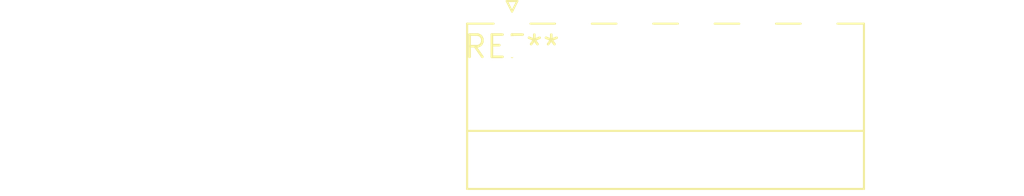
<source format=kicad_pcb>
(kicad_pcb (version 20240108) (generator pcbnew)
  (layers (0 "F.Cu" signal) (31 "B.Cu" signal) (34 "B.Paste" user) (35 "F.Paste" user) (36 "B.SilkS" user "B.Silkscreen") (37 "F.SilkS" user "F.Silkscreen") (38 "B.Mask" user) (39 "F.Mask" user) (44 "Edge.Cuts" user))
  (net 0 "")
  (footprint "PhoenixContact_MC_1,5_6-G-3.5_1x06_P3.50mm_Horizontal" (layer "F.Cu") (at 0 0)
    (property "Reference" "REF**")
    (property "Value" "PhoenixContact_MC_1,5_6-G-3.5_1x06_P3.50mm_Horizontal")
    (fp_line (start -2.56 -1.31) (end -2.56 8.11) (layer "F.SilkS") (stroke (width 0.12)))
    (fp_line (start -2.56 -1.31) (end -1.05 -1.31) (layer "F.SilkS") (stroke (width 0.12)))
    (fp_line (start -2.56 4.8) (end 20.06 4.8) (layer "F.SilkS") (stroke (width 0.12)))
    (fp_line (start -2.56 8.11) (end 20.06 8.11) (layer "F.SilkS") (stroke (width 0.12)))
    (fp_line (start -0.3 -2.6) (end 0.3 -2.6) (layer "F.SilkS") (stroke (width 0.12)))
    (fp_line (start 0 -2) (end -0.3 -2.6) (layer "F.SilkS") (stroke (width 0.12)))
    (fp_line (start 0.3 -2.6) (end 0 -2) (layer "F.SilkS") (stroke (width 0.12)))
    (fp_line (start 1.05 -1.31) (end 2.45 -1.31) (layer "F.SilkS") (stroke (width 0.12)))
    (fp_line (start 4.55 -1.31) (end 5.95 -1.31) (layer "F.SilkS") (stroke (width 0.12)))
    (fp_line (start 8.05 -1.31) (end 9.45 -1.31) (layer "F.SilkS") (stroke (width 0.12)))
    (fp_line (start 11.55 -1.31) (end 12.95 -1.31) (layer "F.SilkS") (stroke (width 0.12)))
    (fp_line (start 15.05 -1.31) (end 16.45 -1.31) (layer "F.SilkS") (stroke (width 0.12)))
    (fp_line (start 20.06 -1.31) (end 18.55 -1.31) (layer "F.SilkS") (stroke (width 0.12)))
    (fp_line (start 20.06 8.11) (end 20.06 -1.31) (layer "F.SilkS") (stroke (width 0.12)))
    (pad "1" thru_hole roundrect (at 0 0) (size 1.8 3.6) (drill 1.2) (layers *.Cu *.Mask) (remove_unused_layers) (roundrect_rratio 0.138889))
    (pad "2" thru_hole oval (at 3.5 0) (size 1.8 3.6) (drill 1.2) (layers *.Cu *.Mask) (remove_unused_layers))
    (pad "3" thru_hole oval (at 7 0) (size 1.8 3.6) (drill 1.2) (layers *.Cu *.Mask) (remove_unused_layers))
    (pad "4" thru_hole oval (at 10.5 0) (size 1.8 3.6) (drill 1.2) (layers *.Cu *.Mask) (remove_unused_layers))
    (pad "5" thru_hole oval (at 14 0) (size 1.8 3.6) (drill 1.2) (layers *.Cu *.Mask) (remove_unused_layers))
    (pad "6" thru_hole oval (at 17.5 0) (size 1.8 3.6) (drill 1.2) (layers *.Cu *.Mask) (remove_unused_layers))
  )
)
</source>
